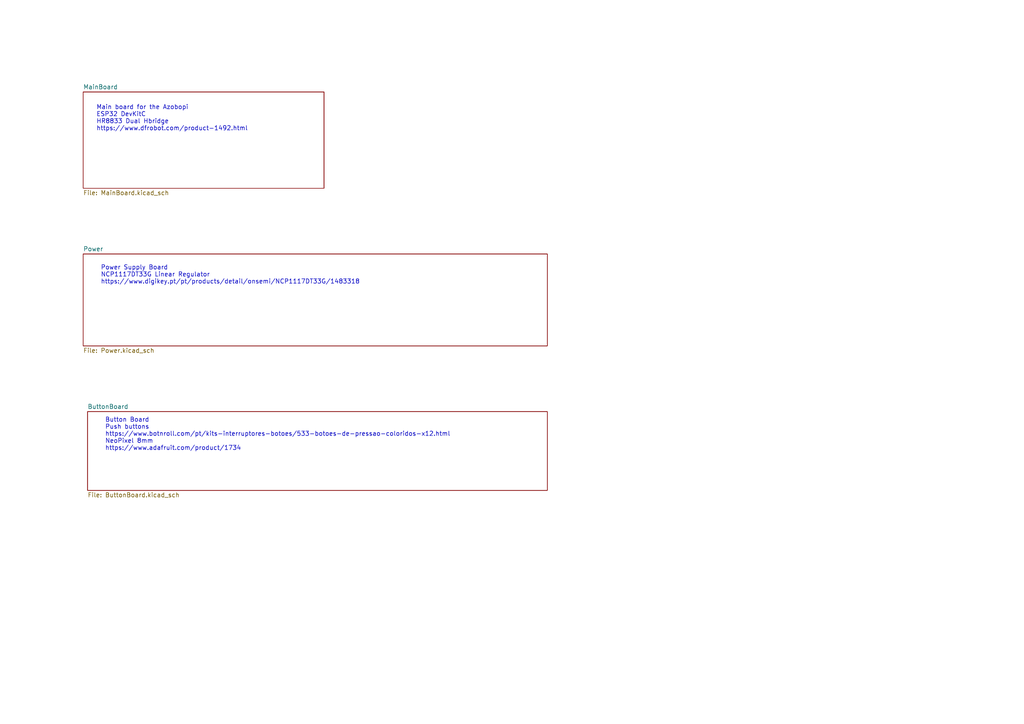
<source format=kicad_sch>
(kicad_sch (version 20230121) (generator eeschema)
  (paper "A4")
  (title_block (title "Main Board") (date "2023-11-02") (rev "V1.0") (company "EBIRP"))
  (lib_symbols)
  (text "Button Board \nPush buttons\nhttps://www.botnroll.com/pt/kits-interruptores-botoes/533-botoes-de-pressao-coloridos-x12.html\nNeoPixel 8mm\nhttps://www.adafruit.com/product/1734\n" (at 30.48 130.81 0) (effects (font (size 1.27 1.27)) (justify left bottom)))
  (text "Power Supply Board\nNCP1117DT33G Linear Regulator\nhttps://www.digikey.pt/pt/products/detail/onsemi/NCP1117DT33G/1483318" (at 29.21 82.55 0) (effects (font (size 1.27 1.27)) (justify left bottom)))
  (text "Main board for the Azobopi\nESP32 DevKitC\nHR8833 Dual Hbridge\nhttps://www.dfrobot.com/product-1492.html" (at 27.94 38.1 0) (effects (font (size 1.27 1.27)) (justify left bottom)))
  (sheet (at 24.13 73.66) (size 134.62 26.67) (stroke (width 0.1524))
    (property "Sheetname" "Power" (at 24.13 72.9484 0) (effects (justify left bottom)))
    (property "Sheetfile" "Power.kicad_sch" (at 24.13 100.9146 0) (effects (justify left top)))
  )
  (sheet (at 24.13 26.67) (size 69.85 27.94) (stroke (width 0.1524))
    (property "Sheetname" "MainBoard" (at 24.13 25.9584 0) (effects (justify left bottom)))
    (property "Sheetfile" "MainBoard.kicad_sch" (at 24.13 55.1946 0) (effects (justify left top)))
  )
  (sheet (at 25.4 119.38) (size 133.35 22.86) (stroke (width 0.1524))
    (property "Sheetname" "ButtonBoard" (at 25.4 118.6684 0) (effects (justify left bottom)))
    (property "Sheetfile" "ButtonBoard.kicad_sch" (at 25.4 142.8246 0) (effects (justify left top)))
  )
)
</source>
